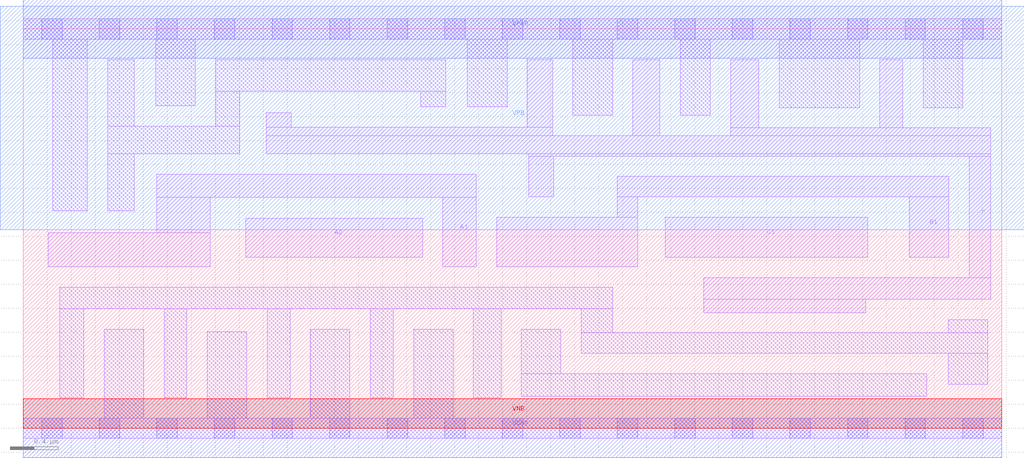
<source format=lef>
# Copyright 2020 The SkyWater PDK Authors
#
# Licensed under the Apache License, Version 2.0 (the "License");
# you may not use this file except in compliance with the License.
# You may obtain a copy of the License at
#
#     https://www.apache.org/licenses/LICENSE-2.0
#
# Unless required by applicable law or agreed to in writing, software
# distributed under the License is distributed on an "AS IS" BASIS,
# WITHOUT WARRANTIES OR CONDITIONS OF ANY KIND, either express or implied.
# See the License for the specific language governing permissions and
# limitations under the License.
#
# SPDX-License-Identifier: Apache-2.0

VERSION 5.7 ;
  NOWIREEXTENSIONATPIN ON ;
  DIVIDERCHAR "/" ;
  BUSBITCHARS "[]" ;
MACRO sky130_fd_sc_lp__o211ai_4
  CLASS CORE ;
  FOREIGN sky130_fd_sc_lp__o211ai_4 ;
  ORIGIN  0.000000  0.000000 ;
  SIZE  8.160000 BY  3.330000 ;
  SYMMETRY X Y R90 ;
  SITE unit ;
  PIN A1
    ANTENNAGATEAREA  1.260000 ;
    DIRECTION INPUT ;
    USE SIGNAL ;
    PORT
      LAYER li1 ;
        RECT 0.210000 1.345000 1.560000 1.630000 ;
        RECT 1.115000 1.630000 1.560000 1.925000 ;
        RECT 1.115000 1.925000 3.780000 2.120000 ;
        RECT 3.500000 1.345000 3.780000 1.925000 ;
    END
  END A1
  PIN A2
    ANTENNAGATEAREA  1.260000 ;
    DIRECTION INPUT ;
    USE SIGNAL ;
    PORT
      LAYER li1 ;
        RECT 1.855000 1.425000 3.330000 1.750000 ;
    END
  END A2
  PIN B1
    ANTENNAGATEAREA  1.260000 ;
    DIRECTION INPUT ;
    USE SIGNAL ;
    PORT
      LAYER li1 ;
        RECT 3.950000 1.345000 5.125000 1.760000 ;
        RECT 4.955000 1.760000 5.125000 1.930000 ;
        RECT 4.955000 1.930000 7.720000 2.100000 ;
        RECT 7.390000 1.425000 7.720000 1.930000 ;
    END
  END B1
  PIN C1
    ANTENNAGATEAREA  1.260000 ;
    DIRECTION INPUT ;
    USE SIGNAL ;
    PORT
      LAYER li1 ;
        RECT 5.355000 1.425000 7.045000 1.760000 ;
    END
  END C1
  PIN Y
    ANTENNADIFFAREA  2.587200 ;
    DIRECTION OUTPUT ;
    USE SIGNAL ;
    PORT
      LAYER li1 ;
        RECT 2.025000 2.290000 8.070000 2.440000 ;
        RECT 2.025000 2.440000 4.415000 2.510000 ;
        RECT 2.025000 2.510000 2.235000 2.630000 ;
        RECT 4.205000 2.510000 4.415000 3.075000 ;
        RECT 4.215000 1.930000 4.425000 2.270000 ;
        RECT 4.215000 2.270000 8.070000 2.290000 ;
        RECT 5.085000 2.440000 5.310000 3.075000 ;
        RECT 5.675000 0.965000 7.025000 1.075000 ;
        RECT 5.675000 1.075000 8.070000 1.255000 ;
        RECT 5.900000 2.440000 8.070000 2.505000 ;
        RECT 5.900000 2.505000 6.135000 3.075000 ;
        RECT 7.145000 2.505000 7.335000 3.075000 ;
        RECT 7.890000 1.255000 8.070000 2.270000 ;
    END
  END Y
  PIN VGND
    DIRECTION INOUT ;
    USE GROUND ;
    PORT
      LAYER met1 ;
        RECT 0.000000 -0.245000 8.160000 0.245000 ;
    END
  END VGND
  PIN VNB
    DIRECTION INOUT ;
    USE GROUND ;
    PORT
      LAYER pwell ;
        RECT 0.000000 0.000000 8.160000 0.245000 ;
    END
  END VNB
  PIN VPB
    DIRECTION INOUT ;
    USE POWER ;
    PORT
      LAYER nwell ;
        RECT -0.190000 1.655000 8.350000 3.520000 ;
    END
  END VPB
  PIN VPWR
    DIRECTION INOUT ;
    USE POWER ;
    PORT
      LAYER met1 ;
        RECT 0.000000 3.085000 8.160000 3.575000 ;
    END
  END VPWR
  OBS
    LAYER li1 ;
      RECT 0.000000 -0.085000 8.160000 0.085000 ;
      RECT 0.000000  3.245000 8.160000 3.415000 ;
      RECT 0.245000  1.815000 0.535000 3.245000 ;
      RECT 0.305000  0.255000 0.505000 0.995000 ;
      RECT 0.305000  0.995000 4.915000 1.175000 ;
      RECT 0.675000  0.085000 1.005000 0.825000 ;
      RECT 0.705000  1.815000 0.925000 2.290000 ;
      RECT 0.705000  2.290000 1.805000 2.520000 ;
      RECT 0.705000  2.520000 0.925000 3.075000 ;
      RECT 1.105000  2.690000 1.435000 3.245000 ;
      RECT 1.175000  0.255000 1.365000 0.995000 ;
      RECT 1.535000  0.085000 1.865000 0.805000 ;
      RECT 1.605000  2.520000 1.805000 2.810000 ;
      RECT 1.605000  2.810000 3.525000 3.075000 ;
      RECT 2.035000  0.255000 2.225000 0.995000 ;
      RECT 2.395000  0.085000 2.725000 0.825000 ;
      RECT 2.895000  0.255000 3.085000 0.995000 ;
      RECT 3.255000  0.085000 3.585000 0.825000 ;
      RECT 3.315000  2.680000 3.525000 2.810000 ;
      RECT 3.705000  2.680000 4.035000 3.245000 ;
      RECT 3.755000  0.255000 3.985000 0.995000 ;
      RECT 4.155000  0.265000 7.535000 0.455000 ;
      RECT 4.155000  0.455000 4.485000 0.825000 ;
      RECT 4.585000  2.610000 4.915000 3.245000 ;
      RECT 4.655000  0.625000 8.045000 0.795000 ;
      RECT 4.655000  0.795000 4.915000 0.995000 ;
      RECT 5.480000  2.610000 5.730000 3.245000 ;
      RECT 6.305000  2.675000 6.975000 3.245000 ;
      RECT 7.505000  2.675000 7.835000 3.245000 ;
      RECT 7.715000  0.365000 8.045000 0.625000 ;
      RECT 7.715000  0.795000 8.045000 0.905000 ;
    LAYER mcon ;
      RECT 0.155000 -0.085000 0.325000 0.085000 ;
      RECT 0.155000  3.245000 0.325000 3.415000 ;
      RECT 0.635000 -0.085000 0.805000 0.085000 ;
      RECT 0.635000  3.245000 0.805000 3.415000 ;
      RECT 1.115000 -0.085000 1.285000 0.085000 ;
      RECT 1.115000  3.245000 1.285000 3.415000 ;
      RECT 1.595000 -0.085000 1.765000 0.085000 ;
      RECT 1.595000  3.245000 1.765000 3.415000 ;
      RECT 2.075000 -0.085000 2.245000 0.085000 ;
      RECT 2.075000  3.245000 2.245000 3.415000 ;
      RECT 2.555000 -0.085000 2.725000 0.085000 ;
      RECT 2.555000  3.245000 2.725000 3.415000 ;
      RECT 3.035000 -0.085000 3.205000 0.085000 ;
      RECT 3.035000  3.245000 3.205000 3.415000 ;
      RECT 3.515000 -0.085000 3.685000 0.085000 ;
      RECT 3.515000  3.245000 3.685000 3.415000 ;
      RECT 3.995000 -0.085000 4.165000 0.085000 ;
      RECT 3.995000  3.245000 4.165000 3.415000 ;
      RECT 4.475000 -0.085000 4.645000 0.085000 ;
      RECT 4.475000  3.245000 4.645000 3.415000 ;
      RECT 4.955000 -0.085000 5.125000 0.085000 ;
      RECT 4.955000  3.245000 5.125000 3.415000 ;
      RECT 5.435000 -0.085000 5.605000 0.085000 ;
      RECT 5.435000  3.245000 5.605000 3.415000 ;
      RECT 5.915000 -0.085000 6.085000 0.085000 ;
      RECT 5.915000  3.245000 6.085000 3.415000 ;
      RECT 6.395000 -0.085000 6.565000 0.085000 ;
      RECT 6.395000  3.245000 6.565000 3.415000 ;
      RECT 6.875000 -0.085000 7.045000 0.085000 ;
      RECT 6.875000  3.245000 7.045000 3.415000 ;
      RECT 7.355000 -0.085000 7.525000 0.085000 ;
      RECT 7.355000  3.245000 7.525000 3.415000 ;
      RECT 7.835000 -0.085000 8.005000 0.085000 ;
      RECT 7.835000  3.245000 8.005000 3.415000 ;
  END
END sky130_fd_sc_lp__o211ai_4
END LIBRARY

</source>
